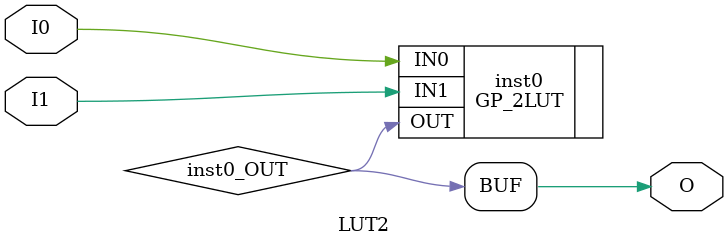
<source format=v>
module LUT2 (input  I0, input  I1, output  O);
wire  inst0_OUT;
GP_2LUT #(.INIT(4'h8)) inst0 (.IN0(I0), .IN1(I1), .OUT(inst0_OUT));
assign O = inst0_OUT;
endmodule


</source>
